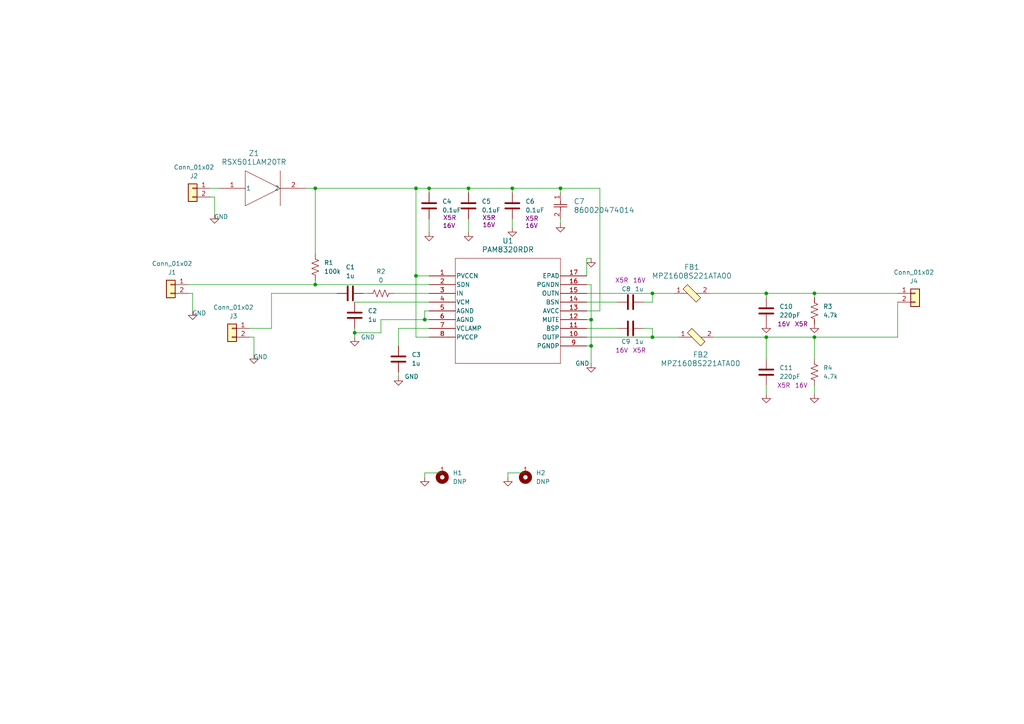
<source format=kicad_sch>
(kicad_sch (version 20230121) (generator eeschema)
  (paper "A4")
  (lib_symbols
    (symbol "2023-10-01_02-32-05:PAM8320RDR" (pin_names (offset 0.254))
      (property "Reference" "U2" (at 22.86 10.16 0))
      (property "Value" "PAM8320RDR" (at 22.86 7.62 0))
      (symbol "PAM8320RDR_0_1"
        (polyline (pts (xy 7.62 -25.4) (xy 38.1 -25.4)) (stroke (width 0.127)))
        (polyline (pts (xy 7.62 5.08) (xy 7.62 -25.4)) (stroke (width 0.127)))
        (polyline (pts (xy 38.1 -25.4) (xy 38.1 5.08)) (stroke (width 0.127)))
        (polyline (pts (xy 38.1 5.08) (xy 7.62 5.08)) (stroke (width 0.127)))
        (pin unspecified line (at 0 0 0) (length 7.62) (name "PVCCN") (number "1"))
        (pin output line (at 45.72 -17.78 180) (length 7.62) (name "OUTP") (number "10"))
        (pin unspecified line (at 45.72 -15.24 180) (length 7.62) (name "BSP") (number "11"))
        (pin unspecified line (at 45.72 -12.7 180) (length 7.62) (name "MUTE") (number "12"))
        (pin unspecified line (at 45.72 -10.16 180) (length 7.62) (name "AVCC") (number "13"))
        (pin unspecified line (at 45.72 -7.62 180) (length 7.62) (name "BSN") (number "14"))
        (pin output line (at 45.72 -5.08 180) (length 7.62) (name "OUTN") (number "15"))
        (pin power_out line (at 45.72 -2.54 180) (length 7.62) (name "PGNDN") (number "16"))
        (pin unspecified line (at 45.72 0 180) (length 7.62) (name "EPAD") (number "17"))
        (pin unspecified line (at 0 -2.54 0) (length 7.62) (name "SDN") (number "2"))
        (pin unspecified line (at 0 -5.08 0) (length 7.62) (name "IN") (number "3"))
        (pin unspecified line (at 0 -7.62 0) (length 7.62) (name "VCM") (number "4"))
        (pin power_out line (at 0 -10.16 0) (length 7.62) (name "AGND") (number "5"))
        (pin power_out line (at 0 -12.7 0) (length 7.62) (name "AGND") (number "6"))
        (pin unspecified line (at 0 -15.24 0) (length 7.62) (name "VCLAMP") (number "7"))
        (pin unspecified line (at 0 -17.78 0) (length 7.62) (name "PVCCP") (number "8"))
        (pin power_out line (at 45.72 -20.32 180) (length 7.62) (name "PGNDP") (number "9"))
      )
    )
    (symbol "2023-10-01_19-18-23:860020474014" (pin_names (offset 0.254))
      (property "Reference" "C" (at 3.81 3.81 0))
      (property "Value" "860020474014" (at 3.81 -3.81 0))
      (symbol "860020474014_1_1"
        (polyline (pts (xy 2.54 0) (xy 3.4798 0)) (stroke (width 0.2032)))
        (polyline (pts (xy 3.4798 -1.905) (xy 3.4798 1.905)) (stroke (width 0.2032)))
        (polyline (pts (xy 4.1148 -1.905) (xy 4.1148 1.905)) (stroke (width 0.2032)))
        (polyline (pts (xy 4.1148 0) (xy 5.08 0)) (stroke (width 0.2032)))
        (pin unspecified line (at 0 0 0) (length 2.54) (name "") (number "1"))
        (pin unspecified line (at 7.62 0 180) (length 2.54) (name "") (number "2"))
      )
      (symbol "860020474014_1_2"
        (polyline (pts (xy -1.905 -4.1148) (xy 1.905 -4.1148)) (stroke (width 0.2032)))
        (polyline (pts (xy -1.905 -3.4798) (xy 1.905 -3.4798)) (stroke (width 0.2032)))
        (polyline (pts (xy 0 -4.1148) (xy 0 -5.08)) (stroke (width 0.2032)))
        (polyline (pts (xy 0 -2.54) (xy 0 -3.4798)) (stroke (width 0.2032)))
        (pin unspecified line (at 0 0 270) (length 2.54) (name "") (number "1"))
        (pin unspecified line (at 0 -7.62 90) (length 2.54) (name "") (number "2"))
      )
    )
    (symbol "2023-10-01_23-34-18:RSX501LAM20TR" (pin_names (offset 0.254))
      (property "Reference" "R56" (at 20.32 10.16 0))
      (property "Value" "RSX501LAM20TR" (at 20.32 7.62 0))
      (symbol "RSX501LAM20TR_0_1"
        (polyline (pts (xy 7.62 -5.08) (xy 17.78 0)) (stroke (width 0.127)))
        (polyline (pts (xy 7.62 5.08) (xy 7.62 -5.08)) (stroke (width 0.127)))
        (polyline (pts (xy 17.78 -5.08) (xy 17.78 5.08)) (stroke (width 0.127)))
        (polyline (pts (xy 17.78 0) (xy 7.62 5.08)) (stroke (width 0.127)))
        (pin unspecified line (at 0 0 0) (length 7.62) (name "1") (number "1"))
        (pin unspecified line (at 25.4 0 180) (length 7.62) (name "2") (number "2"))
      )
    )
    (symbol "4ms_Connector:Conn_01x02" (pin_names (offset 1.016) hide)
      (property "Reference" "J" (at 0 2.54 0))
      (property "Value" "Conn_01x02" (at 0 -5.08 0))
      (symbol "Conn_01x02_1_1"
        (rectangle (start -1.27 -2.413) (end 0 -2.667) (stroke (width 0.1524)))
        (rectangle (start -1.27 0.127) (end 0 -0.127) (stroke (width 0.1524)))
        (rectangle (start -1.27 1.27) (end 1.27 -3.81) (stroke (width 0.254)) (fill (type background)))
        (pin passive line (at -5.08 0 0) (length 3.81) (name "Pin_1") (number "1"))
        (pin passive line (at -5.08 -2.54 0) (length 3.81) (name "Pin_2") (number "2"))
      )
    )
    (symbol "Device:C" (pin_numbers hide) (pin_names (offset 0.254))
      (property "Reference" "C" (at 0.635 2.54 0))
      (property "Value" "C" (at 0.635 -2.54 0))
      (symbol "C_0_1"
        (polyline (pts (xy -2.032 -0.762) (xy 2.032 -0.762)) (stroke (width 0.508)))
        (polyline (pts (xy -2.032 0.762) (xy 2.032 0.762)) (stroke (width 0.508)))
      )
      (symbol "C_1_1"
        (pin passive line (at 0 3.81 270) (length 2.794) (name "~") (number "1"))
        (pin passive line (at 0 -3.81 90) (length 2.794) (name "~") (number "2"))
      )
    )
    (symbol "Device:R_US" (pin_numbers hide) (pin_names (offset 0))
      (property "Reference" "R" (at 2.54 0 90))
      (property "Value" "R_US" (at -2.54 0 90))
      (symbol "R_US_0_1"
        (polyline (pts (xy 0 -2.286) (xy 0 -2.54)))
        (polyline (pts (xy 0 2.286) (xy 0 2.54)))
        (polyline (pts (xy 0 -0.762) (xy 1.016 -1.143) (xy 0 -1.524) (xy -1.016 -1.905) (xy 0 -2.286)))
        (polyline (pts (xy 0 0.762) (xy 1.016 0.381) (xy 0 0) (xy -1.016 -0.381) (xy 0 -0.762)))
        (polyline (pts (xy 0 2.286) (xy 1.016 1.905) (xy 0 1.524) (xy -1.016 1.143) (xy 0 0.762)))
      )
      (symbol "R_US_1_1"
        (pin passive line (at 0 3.81 270) (length 1.27) (name "~") (number "1"))
        (pin passive line (at 0 -3.81 90) (length 1.27) (name "~") (number "2"))
      )
    )
    (symbol "Mechanical:MountingHole" (pin_names (offset 1.016))
      (property "Reference" "H4" (at 3.048 1.27 0))
      (property "Value" "MountingHole" (at 3.048 -1.27 0))
      (symbol "MountingHole_0_1"
        (circle (center 0 0) (radius 1.27) (stroke (width 1.27)))
      )
      (symbol "MountingHole_1_1"
        (pin input line (at 0 1.27 0) (length 0.1) (name "") (number "1"))
      )
    )
    (symbol "dk_Ferrite-Beads-and-Chips:MPZ1608S221ATA00" (pin_names (offset 1.016))
      (property "Reference" "FB" (at -2.54 3.81 0))
      (property "Value" "MPZ1608S221ATA00" (at 0 -3.81 0))
      (symbol "MPZ1608S221ATA00_0_1"
        (polyline (pts (xy -1.27 0) (xy -2.54 0)))
        (polyline (pts (xy 1.27 0) (xy 2.54 0)))
        (polyline (pts (xy -1.27 2.54) (xy -2.54 1.27) (xy 1.27 -2.54) (xy 2.54 -1.27) (xy -1.27 2.54)) (fill (type background)))
      )
      (symbol "MPZ1608S221ATA00_1_1"
        (pin passive line (at -5.08 0 0) (length 2.54) (name "~") (number "1"))
        (pin passive line (at 5.08 0 180) (length 2.54) (name "~") (number "2"))
      )
    )
    (symbol "power:GND" (power) (pin_names (offset 0))
      (property "Value" "GND" (at 0 -3.81 0))
      (symbol "GND_0_1"
        (polyline (pts (xy 0 0) (xy 0 -1.27) (xy 1.27 -1.27) (xy 0 -2.54) (xy -1.27 -1.27) (xy 0 -1.27)))
      )
      (symbol "GND_1_1"
        (pin power_in line (at 0 0 270) (length 0) hide (name "GND") (number "1"))
      )
    )
  )
  (junction (at 120.65 80.01))
  (junction (at 91.44 54.61))
  (junction (at 189.23 85.09))
  (junction (at 124.46 54.61))
  (junction (at 91.44 82.55))
  (junction (at 171.45 92.71))
  (junction (at 148.59 54.61))
  (junction (at 222.25 85.09))
  (junction (at 135.89 54.61))
  (junction (at 120.65 54.61))
  (junction (at 222.25 97.79))
  (junction (at 189.23 97.79))
  (junction (at 123.19 92.71))
  (junction (at 171.45 100.33))
  (junction (at 236.22 97.79))
  (junction (at 236.22 85.09))
  (junction (at 102.87 96.52))
  (junction (at 162.56 54.61))
  (wire (pts (xy 189.23 95.25) (xy 189.23 97.79)))
  (wire (pts (xy 120.65 54.61) (xy 91.44 54.61)))
  (wire (pts (xy 78.74 85.09) (xy 97.79 85.09)))
  (wire (pts (xy 110.49 96.52) (xy 102.87 96.52)))
  (wire (pts (xy 260.35 87.63) (xy 260.35 97.79)))
  (wire (pts (xy 73.66 97.79) (xy 73.66 102.87)))
  (wire (pts (xy 170.18 95.25) (xy 179.07 95.25)))
  (wire (pts (xy 171.45 82.55) (xy 170.18 82.55)))
  (wire (pts (xy 189.23 97.79) (xy 196.85 97.79)))
  (wire (pts (xy 171.45 105.41) (xy 171.45 100.33)))
  (wire (pts (xy 162.56 54.61) (xy 162.56 55.88)))
  (wire (pts (xy 120.65 97.79) (xy 124.46 97.79)))
  (wire (pts (xy 173.99 54.61) (xy 173.99 90.17)))
  (wire (pts (xy 171.45 92.71) (xy 171.45 82.55)))
  (wire (pts (xy 123.19 138.43) (xy 123.19 137.16)))
  (wire (pts (xy 123.19 137.16) (xy 128.27 137.16)))
  (wire (pts (xy 222.25 85.09) (xy 222.25 86.36)))
  (wire (pts (xy 60.96 57.15) (xy 62.23 57.15)))
  (wire (pts (xy 124.46 67.31) (xy 124.46 63.5)))
  (wire (pts (xy 91.44 54.61) (xy 88.9 54.61)))
  (wire (pts (xy 170.18 92.71) (xy 171.45 92.71)))
  (wire (pts (xy 124.46 95.25) (xy 115.57 95.25)))
  (wire (pts (xy 186.69 87.63) (xy 189.23 87.63)))
  (wire (pts (xy 170.18 97.79) (xy 189.23 97.79)))
  (wire (pts (xy 91.44 82.55) (xy 124.46 82.55)))
  (wire (pts (xy 222.25 97.79) (xy 222.25 104.14)))
  (wire (pts (xy 236.22 114.3) (xy 236.22 111.76)))
  (wire (pts (xy 78.74 95.25) (xy 78.74 85.09)))
  (wire (pts (xy 91.44 54.61) (xy 91.44 73.66)))
  (wire (pts (xy 120.65 80.01) (xy 124.46 80.01)))
  (wire (pts (xy 205.74 85.09) (xy 222.25 85.09)))
  (wire (pts (xy 72.39 97.79) (xy 73.66 97.79)))
  (wire (pts (xy 236.22 85.09) (xy 236.22 86.36)))
  (wire (pts (xy 222.25 114.3) (xy 222.25 111.76)))
  (wire (pts (xy 148.59 54.61) (xy 135.89 54.61)))
  (wire (pts (xy 54.61 85.09) (xy 55.88 85.09)))
  (wire (pts (xy 72.39 95.25) (xy 78.74 95.25)))
  (wire (pts (xy 115.57 95.25) (xy 115.57 100.33)))
  (wire (pts (xy 189.23 85.09) (xy 195.58 85.09)))
  (wire (pts (xy 222.25 85.09) (xy 236.22 85.09)))
  (wire (pts (xy 147.32 138.43) (xy 147.32 137.16)))
  (wire (pts (xy 162.56 54.61) (xy 148.59 54.61)))
  (wire (pts (xy 171.45 74.93) (xy 170.18 74.93)))
  (wire (pts (xy 222.25 97.79) (xy 236.22 97.79)))
  (wire (pts (xy 236.22 85.09) (xy 260.35 85.09)))
  (wire (pts (xy 123.19 90.17) (xy 123.19 92.71)))
  (wire (pts (xy 124.46 54.61) (xy 120.65 54.61)))
  (wire (pts (xy 135.89 54.61) (xy 124.46 54.61)))
  (wire (pts (xy 170.18 74.93) (xy 170.18 80.01)))
  (wire (pts (xy 120.65 54.61) (xy 120.65 80.01)))
  (wire (pts (xy 207.01 97.79) (xy 222.25 97.79)))
  (wire (pts (xy 135.89 67.31) (xy 135.89 63.5)))
  (wire (pts (xy 105.41 85.09) (xy 106.68 85.09)))
  (wire (pts (xy 60.96 54.61) (xy 63.5 54.61)))
  (wire (pts (xy 148.59 66.04) (xy 148.59 63.5)))
  (wire (pts (xy 186.69 95.25) (xy 189.23 95.25)))
  (wire (pts (xy 124.46 54.61) (xy 124.46 55.88)))
  (wire (pts (xy 120.65 80.01) (xy 120.65 97.79)))
  (wire (pts (xy 170.18 100.33) (xy 171.45 100.33)))
  (wire (pts (xy 170.18 85.09) (xy 189.23 85.09)))
  (wire (pts (xy 114.3 85.09) (xy 124.46 85.09)))
  (wire (pts (xy 115.57 109.22) (xy 115.57 107.95)))
  (wire (pts (xy 102.87 96.52) (xy 102.87 97.79)))
  (wire (pts (xy 91.44 81.28) (xy 91.44 82.55)))
  (wire (pts (xy 170.18 90.17) (xy 173.99 90.17)))
  (wire (pts (xy 162.56 64.77) (xy 162.56 63.5)))
  (wire (pts (xy 236.22 97.79) (xy 260.35 97.79)))
  (wire (pts (xy 189.23 87.63) (xy 189.23 85.09)))
  (wire (pts (xy 55.88 85.09) (xy 55.88 90.17)))
  (wire (pts (xy 54.61 82.55) (xy 91.44 82.55)))
  (wire (pts (xy 173.99 54.61) (xy 162.56 54.61)))
  (wire (pts (xy 110.49 92.71) (xy 110.49 96.52)))
  (wire (pts (xy 102.87 87.63) (xy 124.46 87.63)))
  (wire (pts (xy 123.19 92.71) (xy 110.49 92.71)))
  (wire (pts (xy 124.46 92.71) (xy 123.19 92.71)))
  (wire (pts (xy 147.32 137.16) (xy 152.4 137.16)))
  (wire (pts (xy 135.89 54.61) (xy 135.89 55.88)))
  (wire (pts (xy 171.45 100.33) (xy 171.45 92.71)))
  (wire (pts (xy 102.87 95.25) (xy 102.87 96.52)))
  (wire (pts (xy 170.18 87.63) (xy 179.07 87.63)))
  (wire (pts (xy 124.46 90.17) (xy 123.19 90.17)))
  (wire (pts (xy 236.22 97.79) (xy 236.22 104.14)))
  (wire (pts (xy 62.23 57.15) (xy 62.23 62.23)))
  (wire (pts (xy 148.59 54.61) (xy 148.59 55.88)))
  (symbol (lib_id "Device:C") (at 148.59 59.69 0) (unit 1)
    (property "Reference" "C6" (at 152.4 58.42 0) (effects (justify left)))
    (property "Value" "0.1uF" (at 152.4 60.96 0) (effects (justify left)))
    (property "Footprint" "Capacitor_SMD:C_0603_1608Metric" (effects hide))
    (property "Voltage" "16V" (at 154.193 65.4372 0))
    (property "Type" "X5R" (at 154.2727 63.3652 0))
  )
  (symbol (lib_id "power:GND") (at 222.25 114.3 0) (unit 1)
    (property "Reference" "#PWR012" (effects hide))
    (property "Value" "GND" (effects hide))
  )
  (symbol (lib_id "Device:R_US") (at 236.22 90.17 0) (unit 1)
    (property "Reference" "R3" (at 238.76 88.9 0) (effects (justify left)))
    (property "Value" "4.7k" (at 238.76 91.44 0) (effects (justify left)))
    (property "Footprint" "Resistor_SMD:R_0603_1608Metric" (effects hide))
  )
  (symbol (lib_id "Device:C") (at 124.46 59.69 0) (unit 1)
    (property "Reference" "C4" (at 128.27 58.42 0) (effects (justify left)))
    (property "Value" "0.1uF" (at 128.27 60.96 0) (effects (justify left)))
    (property "Footprint" "Capacitor_SMD:C_0603_1608Metric" (effects hide))
    (property "Voltage" "16V" (at 130.2432 65.4252 0))
    (property "Type" "X5R" (at 130.4381 63.123 0))
  )
  (symbol (lib_id "power:GND") (at 171.45 105.41 0) (unit 1)
    (property "Reference" "#PWR010" (effects hide))
    (property "Value" "GND" (at 168.91 105.41 0))
  )
  (symbol (lib_id "power:GND") (at 73.66 102.87 0) (unit 1)
    (property "Reference" "#PWR03" (effects hide))
    (property "Value" "GND" (at 75.565 103.505 0))
  )
  (symbol (lib_id "power:GND") (at 236.22 93.98 0) (unit 1)
    (property "Reference" "#PWR013" (effects hide))
    (property "Value" "GND" (effects hide))
  )
  (symbol (lib_id "power:GND") (at 55.88 90.17 0) (unit 1)
    (property "Reference" "#PWR01" (effects hide))
    (property "Value" "GND" (at 57.785 90.805 0))
  )
  (symbol (lib_id "Mechanical:MountingHole") (at 152.4 138.43 0) (unit 1)
    (property "Reference" "H2" (at 155.448 137.16 0) (effects (justify left)))
    (property "Value" "DNP" (at 155.448 139.7 0) (effects (justify left)))
    (property "Footprint" "MountingHole:MountingHole_3.2mm_M3_DIN965_Pad" (effects hide))
  )
  (symbol (lib_id "power:GND") (at 147.32 138.43 0) (unit 1)
    (property "Reference" "#PWR016" (effects hide))
    (property "Value" "GND" (effects hide))
  )
  (symbol (lib_id "Mechanical:MountingHole") (at 128.27 138.43 0) (unit 1)
    (property "Reference" "H1" (at 131.318 137.16 0) (effects (justify left)))
    (property "Value" "DNP" (at 131.318 139.7 0) (effects (justify left)))
    (property "Footprint" "MountingHole:MountingHole_3.2mm_M3_DIN965_Pad" (effects hide))
  )
  (symbol (lib_id "4ms_Connector:Conn_01x02") (at 55.88 54.61 0) (mirror y) (unit 1)
    (property "Reference" "J2" (at 56.261 51.054 0))
    (property "Value" "Conn_01x02" (at 56.261 48.514 0))
    (property "Footprint" "1x2FemaleVertical:PinHeader_1x02_P2.54mm_VerticalFemale" (effects hide))
    (property "Specifications" "Pins_01x02, Header, Male Pins, 1*2, spacing 2.54mm, straight pin" (effects hide))
    (property "Manufacturer" "TAD" (effects hide))
    (property "Part Number" "1-0201FBV0T" (effects hide))
  )
  (symbol (lib_id "Device:C") (at 101.6 85.09 90) (unit 1)
    (property "Reference" "C1" (at 101.6 77.47 90))
    (property "Value" "1u" (at 101.6 80.01 90))
    (property "Footprint" "Capacitor_SMD:C_0603_1608Metric" (effects hide))
    (property "Voltage" "16V" (effects hide))
    (property "Type" "X5R" (effects hide))
  )
  (symbol (lib_id "power:GND") (at 123.19 138.43 0) (unit 1)
    (property "Reference" "#PWR015" (effects hide))
    (property "Value" "GND" (effects hide))
  )
  (symbol (lib_id "Device:R_US") (at 110.49 85.09 90) (unit 1)
    (property "Reference" "R2" (at 110.49 78.74 90))
    (property "Value" "0" (at 110.49 81.28 90))
    (property "Footprint" "Resistor_SMD:R_0603_1608Metric" (effects hide))
  )
  (symbol (lib_id "dk_Ferrite-Beads-and-Chips:MPZ1608S221ATA00") (at 200.66 85.09 0) (unit 1)
    (property "Reference" "FB1" (at 200.66 77.47 0) (effects (font (size 1.524 1.524))))
    (property "Value" "MPZ1608S221ATA00" (at 200.66 80.01 0) (effects (font (size 1.524 1.524))))
    (property "Footprint" "digikey-footprints:0603" (effects hide))
    (property "Datasheet" "https://product.tdk.com/info/en/catalog/datasheets/beads_commercial_power_mpz1608_en.pdf" (effects hide))
    (property "Digi-Key_PN" "445-1565-1-ND" (effects hide))
    (property "MPN" "MPZ1608S221ATA00" (effects hide))
    (property "Category" "Filters" (effects hide))
    (property "Family" "Ferrite Beads and Chips" (effects hide))
    (property "DK_Datasheet_Link" "https://product.tdk.com/info/en/catalog/datasheets/beads_commercial_power_mpz1608_en.pdf" (effects hide))
    (property "DK_Detail_Page" "/product-detail/en/tdk-corporation/MPZ1608S221ATA00/445-1565-1-ND/571895" (effects hide))
    (property "Description" "FERRITE BEAD 220 OHM 0603 1LN" (effects hide))
    (property "Manufacturer" "TDK Corporation" (effects hide))
    (property "Status" "Active" (effects hide))
  )
  (symbol (lib_id "4ms_Connector:Conn_01x02") (at 265.43 85.09 0) (unit 1)
    (property "Reference" "J4" (at 265.049 81.534 0))
    (property "Value" "Conn_01x02" (at 265.049 78.994 0))
    (property "Footprint" "1x2FemaleVertical:PinHeader_1x02_P2.54mm_VerticalFemale" (effects hide))
    (property "Specifications" "Pins_01x02, Header, Male Pins, 1*2, spacing 2.54mm, straight pin" (effects hide))
    (property "Manufacturer" "TAD" (effects hide))
    (property "Part Number" "1-0201FBV0T" (effects hide))
  )
  (symbol (lib_id "power:GND") (at 115.57 109.22 0) (unit 1)
    (property "Reference" "#PWR05" (effects hide))
    (property "Value" "GND" (at 119.38 109.22 0))
  )
  (symbol (lib_id "4ms_Connector:Conn_01x02") (at 67.31 95.25 0) (mirror y) (unit 1)
    (property "Reference" "J3" (at 67.691 91.694 0))
    (property "Value" "Conn_01x02" (at 67.691 89.154 0))
    (property "Footprint" "1x2FemaleVertical:PinHeader_1x02_P2.54mm_VerticalFemale" (effects hide))
    (property "Specifications" "Pins_01x02, Header, Male Pins, 1*2, spacing 2.54mm, straight pin" (effects hide))
    (property "Manufacturer" "TAD" (effects hide))
    (property "Part Number" "1-0201FBV0T" (effects hide))
  )
  (symbol (lib_id "2023-10-01_02-32-05:PAM8320RDR") (at 124.46 80.01 0) (unit 1)
    (property "Reference" "U1" (at 147.32 69.85 0) (effects (font (size 1.524 1.524))))
    (property "Value" "PAM8320RDR" (at 147.32 72.39 0) (effects (font (size 1.524 1.524))))
    (property "Footprint" "PAM8320:SO-16EP_3P9X9P9_DIO" (effects hide))
    (property "Datasheet" "PAM8320RDR" (effects hide))
  )
  (symbol (lib_id "Device:C") (at 222.25 107.95 0) (unit 1)
    (property "Reference" "C11" (at 226.06 106.68 0) (effects (justify left)))
    (property "Value" "220pF" (at 226.06 109.22 0) (effects (justify left)))
    (property "Footprint" "Capacitor_SMD:C_0603_1608Metric" (effects hide))
    (property "Voltage" "16V" (at 232.41 111.76 0))
    (property "Type" "X5R" (at 227.33 111.76 0))
  )
  (symbol (lib_id "2023-10-01_23-34-18:RSX501LAM20TR") (at 63.5 54.61 0) (unit 1)
    (property "Reference" "Z1" (at 73.66 44.45 0) (effects (font (size 1.524 1.524))))
    (property "Value" "RSX501LAM20TR" (at 73.66 46.99 0) (effects (font (size 1.524 1.524))))
    (property "Footprint" "5ADiode:DIO_RB050LAM_ROM" (effects hide))
    (property "Datasheet" "RSX501LAM20TR" (effects hide))
  )
  (symbol (lib_id "dk_Ferrite-Beads-and-Chips:MPZ1608S221ATA00") (at 201.93 97.79 0) (unit 1)
    (property "Reference" "FB2" (at 203.2 102.87 0) (effects (font (size 1.524 1.524))))
    (property "Value" "MPZ1608S221ATA00" (at 203.2 105.41 0) (effects (font (size 1.524 1.524))))
    (property "Footprint" "digikey-footprints:0603" (effects hide))
    (property "Datasheet" "https://product.tdk.com/info/en/catalog/datasheets/beads_commercial_power_mpz1608_en.pdf" (effects hide))
    (property "Digi-Key_PN" "445-1565-1-ND" (effects hide))
    (property "MPN" "MPZ1608S221ATA00" (effects hide))
    (property "Category" "Filters" (effects hide))
    (property "Family" "Ferrite Beads and Chips" (effects hide))
    (property "DK_Datasheet_Link" "https://product.tdk.com/info/en/catalog/datasheets/beads_commercial_power_mpz1608_en.pdf" (effects hide))
    (property "DK_Detail_Page" "/product-detail/en/tdk-corporation/MPZ1608S221ATA00/445-1565-1-ND/571895" (effects hide))
    (property "Description" "FERRITE BEAD 220 OHM 0603 1LN" (effects hide))
    (property "Manufacturer" "TDK Corporation" (effects hide))
    (property "Status" "Active" (effects hide))
  )
  (symbol (lib_id "Device:C") (at 135.89 59.69 0) (unit 1)
    (property "Reference" "C5" (at 139.7 58.42 0) (effects (justify left)))
    (property "Value" "0.1uF" (at 139.7 60.96 0) (effects (justify left)))
    (property "Footprint" "Capacitor_SMD:C_0603_1608Metric" (effects hide))
    (property "Voltage" "16V" (at 141.7898 65.2127 0))
    (property "Type" "X5R" (at 141.8252 63.1407 0))
  )
  (symbol (lib_id "power:GND") (at 148.59 66.04 0) (unit 1)
    (property "Reference" "#PWR08" (effects hide))
    (property "Value" "GND" (effects hide))
  )
  (symbol (lib_id "power:GND") (at 124.46 67.31 0) (unit 1)
    (property "Reference" "#PWR06" (effects hide))
    (property "Value" "GND" (effects hide))
  )
  (symbol (lib_id "power:GND") (at 236.22 114.3 0) (unit 1)
    (property "Reference" "#PWR014" (effects hide))
    (property "Value" "GND" (effects hide))
  )
  (symbol (lib_id "power:GND") (at 62.23 62.23 0) (unit 1)
    (property "Reference" "#PWR02" (effects hide))
    (property "Value" "GND" (at 64.135 62.865 0))
  )
  (symbol (lib_id "power:GND") (at 222.25 93.98 0) (unit 1)
    (property "Reference" "#PWR011" (effects hide))
    (property "Value" "GND" (effects hide))
  )
  (symbol (lib_id "power:GND") (at 102.87 97.79 0) (unit 1)
    (property "Reference" "#PWR04" (effects hide))
    (property "Value" "GND" (at 106.68 97.79 0))
  )
  (symbol (lib_id "2023-10-01_19-18-23:860020474014") (at 162.56 55.88 270) (unit 1)
    (property "Reference" "C7" (at 166.37 58.42 90) (effects (font (size 1.524 1.524)) (justify left)))
    (property "Value" "860020474014" (at 166.37 60.96 90) (effects (font (size 1.524 1.524)) (justify left)))
    (property "Footprint" "470uF:CAP_WCAP-ATG5_8x11.5_WRE" (effects hide))
    (property "Datasheet" "860020474014" (effects hide))
  )
  (symbol (lib_id "power:GND") (at 135.89 67.31 0) (unit 1)
    (property "Reference" "#PWR07" (effects hide))
    (property "Value" "GND" (effects hide))
  )
  (symbol (lib_id "Device:C") (at 182.88 87.63 90) (unit 1)
    (property "Reference" "C8" (at 181.61 83.82 90))
    (property "Value" "1u" (at 185.42 83.82 90))
    (property "Footprint" "Capacitor_SMD:C_0603_1608Metric" (effects hide))
    (property "Voltage" "16V" (at 185.42 81.28 90))
    (property "Type" "X5R" (at 180.34 81.28 90))
  )
  (symbol (lib_id "Device:C") (at 102.87 91.44 0) (unit 1)
    (property "Reference" "C2" (at 106.68 90.17 0) (effects (justify left)))
    (property "Value" "1u" (at 106.68 92.71 0) (effects (justify left)))
    (property "Footprint" "Capacitor_SMD:C_0603_1608Metric" (effects hide))
    (property "Voltage" "16V" (effects hide))
    (property "Type" "X5R" (effects hide))
  )
  (symbol (lib_id "power:GND") (at 171.45 74.93 0) (unit 1)
    (property "Reference" "#PWR017" (effects hide))
    (property "Value" "GND" (effects hide))
  )
  (symbol (lib_id "Device:R_US") (at 236.22 107.95 0) (unit 1)
    (property "Reference" "R4" (at 238.76 106.68 0) (effects (justify left)))
    (property "Value" "4.7k" (at 238.76 109.22 0) (effects (justify left)))
    (property "Footprint" "Resistor_SMD:R_0603_1608Metric" (effects hide))
  )
  (symbol (lib_id "4ms_Connector:Conn_01x02") (at 49.53 82.55 0) (mirror y) (unit 1)
    (property "Reference" "J1" (at 49.911 78.994 0))
    (property "Value" "Conn_01x02" (at 49.911 76.454 0))
    (property "Footprint" "1x2FemaleVertical:PinHeader_1x02_P2.54mm_VerticalFemale" (effects hide))
    (property "Specifications" "Pins_01x02, Header, Male Pins, 1*2, spacing 2.54mm, straight pin" (effects hide))
    (property "Manufacturer" "TAD" (effects hide))
    (property "Part Number" "1-0201FBV0T" (effects hide))
  )
  (symbol (lib_id "Device:C") (at 182.88 95.25 90) (mirror x) (unit 1)
    (property "Reference" "C9" (at 182.88 99.06 90) (effects (justify left)))
    (property "Value" "1u" (at 186.69 99.06 90) (effects (justify left)))
    (property "Footprint" "Capacitor_SMD:C_0603_1608Metric" (effects hide))
    (property "Voltage" "16V" (at 180.34 101.6 90))
    (property "Type" "X5R" (at 185.42 101.6 90))
  )
  (symbol (lib_id "Device:C") (at 222.25 90.17 0) (unit 1)
    (property "Reference" "C10" (at 226.06 88.9 0) (effects (justify left)))
    (property "Value" "220pF" (at 226.06 91.44 0) (effects (justify left)))
    (property "Footprint" "Capacitor_SMD:C_0603_1608Metric" (effects hide))
    (property "Type" "X5R" (at 232.41 93.98 0))
    (property "Voltage" "16V" (at 227.33 93.98 0))
  )
  (symbol (lib_id "Device:R_US") (at 91.44 77.47 0) (unit 1)
    (property "Reference" "R1" (at 93.98 76.2 0) (effects (justify left)))
    (property "Value" "100k" (at 93.98 78.74 0) (effects (justify left)))
    (property "Footprint" "Resistor_SMD:R_0603_1608Metric" (effects hide))
  )
  (symbol (lib_id "Device:C") (at 115.57 104.14 0) (unit 1)
    (property "Reference" "C3" (at 119.38 102.87 0) (effects (justify left)))
    (property "Value" "1u" (at 119.38 105.41 0) (effects (justify left)))
    (property "Footprint" "Capacitor_SMD:C_0603_1608Metric" (effects hide))
    (property "Voltage" "16V" (effects hide))
    (property "Type" "X5R" (effects hide))
  )
  (symbol (lib_id "power:GND") (at 162.56 64.77 0) (unit 1)
    (property "Reference" "#PWR09" (effects hide))
    (property "Value" "GND" (effects hide))
  )
)
</source>
